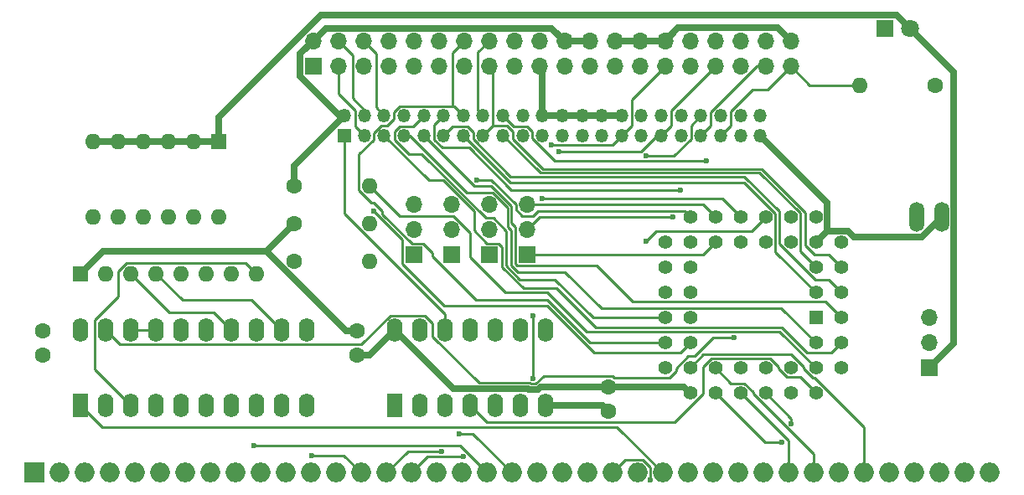
<source format=gtl>
G04 #@! TF.FileFunction,Copper,L1,Top,Signal*
%FSLAX46Y46*%
G04 Gerber Fmt 4.6, Leading zero omitted, Abs format (unit mm)*
G04 Created by KiCad (PCBNEW 4.0.7) date Tue Sep 26 02:04:38 2017*
%MOMM*%
%LPD*%
G01*
G04 APERTURE LIST*
%ADD10C,0.100000*%
%ADD11R,1.700000X1.700000*%
%ADD12O,1.700000X1.700000*%
%ADD13O,1.510000X3.010000*%
%ADD14R,1.600000X2.400000*%
%ADD15O,1.600000X2.400000*%
%ADD16C,1.600000*%
%ADD17R,2.000000X2.000000*%
%ADD18O,2.000000X2.000000*%
%ADD19R,1.397000X1.397000*%
%ADD20C,1.397000*%
%ADD21O,1.600000X1.600000*%
%ADD22R,1.350000X1.350000*%
%ADD23O,1.350000X1.350000*%
%ADD24R,1.600000X1.600000*%
%ADD25R,1.800000X1.800000*%
%ADD26C,1.800000*%
%ADD27C,0.600000*%
%ADD28C,0.635000*%
%ADD29C,0.254000*%
G04 APERTURE END LIST*
D10*
D11*
X90170000Y-121920000D03*
D12*
X90170000Y-119380000D03*
X92710000Y-121920000D03*
X92710000Y-119380000D03*
X95250000Y-121920000D03*
X95250000Y-119380000D03*
X97790000Y-121920000D03*
X97790000Y-119380000D03*
X100330000Y-121920000D03*
X100330000Y-119380000D03*
X102870000Y-121920000D03*
X102870000Y-119380000D03*
X105410000Y-121920000D03*
X105410000Y-119380000D03*
X107950000Y-121920000D03*
X107950000Y-119380000D03*
X110490000Y-121920000D03*
X110490000Y-119380000D03*
X113030000Y-121920000D03*
X113030000Y-119380000D03*
X115570000Y-121920000D03*
X115570000Y-119380000D03*
X118110000Y-121920000D03*
X118110000Y-119380000D03*
X120650000Y-121920000D03*
X120650000Y-119380000D03*
X123190000Y-121920000D03*
X123190000Y-119380000D03*
X125730000Y-121920000D03*
X125730000Y-119380000D03*
X128270000Y-121920000D03*
X128270000Y-119380000D03*
X130810000Y-121920000D03*
X130810000Y-119380000D03*
X133350000Y-121920000D03*
X133350000Y-119380000D03*
X135890000Y-121920000D03*
X135890000Y-119380000D03*
X138430000Y-121920000D03*
X138430000Y-119380000D03*
D13*
X151130000Y-137160000D03*
X153670000Y-137160000D03*
D11*
X152400000Y-152400000D03*
D12*
X152400000Y-149860000D03*
X152400000Y-147320000D03*
D14*
X98425000Y-156210000D03*
D15*
X113665000Y-148590000D03*
X100965000Y-156210000D03*
X111125000Y-148590000D03*
X103505000Y-156210000D03*
X108585000Y-148590000D03*
X106045000Y-156210000D03*
X106045000Y-148590000D03*
X108585000Y-156210000D03*
X103505000Y-148590000D03*
X111125000Y-156210000D03*
X100965000Y-148590000D03*
X113665000Y-156210000D03*
X98425000Y-148590000D03*
D16*
X120015000Y-154305000D03*
X120015000Y-156805000D03*
D14*
X66675000Y-156210000D03*
D15*
X89535000Y-148590000D03*
X69215000Y-156210000D03*
X86995000Y-148590000D03*
X71755000Y-156210000D03*
X84455000Y-148590000D03*
X74295000Y-156210000D03*
X81915000Y-148590000D03*
X76835000Y-156210000D03*
X79375000Y-148590000D03*
X79375000Y-156210000D03*
X76835000Y-148590000D03*
X81915000Y-156210000D03*
X74295000Y-148590000D03*
X84455000Y-156210000D03*
X71755000Y-148590000D03*
X86995000Y-156210000D03*
X69215000Y-148590000D03*
X89535000Y-156210000D03*
X66675000Y-148590000D03*
D17*
X62000000Y-163000000D03*
D18*
X64540000Y-163000000D03*
X67080000Y-163000000D03*
X69620000Y-163000000D03*
X72160000Y-163000000D03*
X74700000Y-163000000D03*
X77240000Y-163000000D03*
X79780000Y-163000000D03*
X82320000Y-163000000D03*
X84860000Y-163000000D03*
X87400000Y-163000000D03*
X89940000Y-163000000D03*
X92480000Y-163000000D03*
X95020000Y-163000000D03*
X97560000Y-163000000D03*
X100100000Y-163000000D03*
X102640000Y-163000000D03*
X105180000Y-163000000D03*
X107720000Y-163000000D03*
X110260000Y-163000000D03*
X112800000Y-163000000D03*
X115340000Y-163000000D03*
X117880000Y-163000000D03*
X120420000Y-163000000D03*
X122960000Y-163000000D03*
X125500000Y-163000000D03*
X128040000Y-163000000D03*
X130580000Y-163000000D03*
X133120000Y-163000000D03*
X135660000Y-163000000D03*
X138200000Y-163000000D03*
X140740000Y-163000000D03*
X143280000Y-163000000D03*
X145820000Y-163000000D03*
X148360000Y-163000000D03*
X150900000Y-163000000D03*
X153440000Y-163000000D03*
X155980000Y-163000000D03*
X158520000Y-163000000D03*
D19*
X140970000Y-147320000D03*
D20*
X143510000Y-144780000D03*
X140970000Y-144780000D03*
X143510000Y-142240000D03*
X140970000Y-142240000D03*
X143510000Y-139700000D03*
X140970000Y-137160000D03*
X140970000Y-139700000D03*
X138430000Y-137160000D03*
X138430000Y-139700000D03*
X135890000Y-137160000D03*
X135890000Y-139700000D03*
X133350000Y-137160000D03*
X133350000Y-139700000D03*
X130810000Y-137160000D03*
X130810000Y-139700000D03*
X128270000Y-137160000D03*
X125730000Y-139700000D03*
X128270000Y-139700000D03*
X125730000Y-142240000D03*
X128270000Y-142240000D03*
X125730000Y-144780000D03*
X128270000Y-144780000D03*
X125730000Y-147320000D03*
X128270000Y-147320000D03*
X125730000Y-149860000D03*
X128270000Y-149860000D03*
X125730000Y-152400000D03*
X128270000Y-154940000D03*
X128270000Y-152400000D03*
X130810000Y-154940000D03*
X130810000Y-152400000D03*
X133350000Y-154940000D03*
X133350000Y-152400000D03*
X135890000Y-154940000D03*
X135890000Y-152400000D03*
X138430000Y-154940000D03*
X138430000Y-152400000D03*
X140970000Y-154940000D03*
X143510000Y-152400000D03*
X140970000Y-152400000D03*
X143510000Y-149860000D03*
X140970000Y-149860000D03*
X143510000Y-147320000D03*
D16*
X153035000Y-123825000D03*
D21*
X145415000Y-123825000D03*
D22*
X93345000Y-128905000D03*
D23*
X93345000Y-126905000D03*
X95345000Y-128905000D03*
X95345000Y-126905000D03*
X97345000Y-128905000D03*
X97345000Y-126905000D03*
X99345000Y-128905000D03*
X99345000Y-126905000D03*
X101345000Y-128905000D03*
X101345000Y-126905000D03*
X103345000Y-128905000D03*
X103345000Y-126905000D03*
X105345000Y-128905000D03*
X105345000Y-126905000D03*
X107345000Y-128905000D03*
X107345000Y-126905000D03*
X109345000Y-128905000D03*
X109345000Y-126905000D03*
X111345000Y-128905000D03*
X111345000Y-126905000D03*
X113345000Y-128905000D03*
X113345000Y-126905000D03*
X115345000Y-128905000D03*
X115345000Y-126905000D03*
X117345000Y-128905000D03*
X117345000Y-126905000D03*
X119345000Y-128905000D03*
X119345000Y-126905000D03*
X121345000Y-128905000D03*
X121345000Y-126905000D03*
X123345000Y-128905000D03*
X123345000Y-126905000D03*
X125345000Y-128905000D03*
X125345000Y-126905000D03*
X127345000Y-128905000D03*
X127345000Y-126905000D03*
X129345000Y-128905000D03*
X129345000Y-126905000D03*
X131345000Y-128905000D03*
X131345000Y-126905000D03*
X133345000Y-128905000D03*
X133345000Y-126905000D03*
X135345000Y-128905000D03*
X135345000Y-126905000D03*
D24*
X80645000Y-129540000D03*
D21*
X67945000Y-137160000D03*
X78105000Y-129540000D03*
X70485000Y-137160000D03*
X75565000Y-129540000D03*
X73025000Y-137160000D03*
X73025000Y-129540000D03*
X75565000Y-137160000D03*
X70485000Y-129540000D03*
X78105000Y-137160000D03*
X67945000Y-129540000D03*
X80645000Y-137160000D03*
D16*
X62865000Y-151130000D03*
X62865000Y-148630000D03*
X94615000Y-151130000D03*
X94615000Y-148630000D03*
D25*
X147955000Y-118110000D03*
D26*
X150495000Y-118110000D03*
D11*
X111760000Y-140970000D03*
D12*
X111760000Y-138430000D03*
X111760000Y-135890000D03*
D11*
X107950000Y-140970000D03*
D12*
X107950000Y-138430000D03*
X107950000Y-135890000D03*
D11*
X104140000Y-140970000D03*
D12*
X104140000Y-138430000D03*
X104140000Y-135890000D03*
D11*
X100330000Y-140970000D03*
D12*
X100330000Y-138430000D03*
X100330000Y-135890000D03*
D24*
X66675000Y-142875000D03*
D21*
X69215000Y-142875000D03*
X71755000Y-142875000D03*
X74295000Y-142875000D03*
X76835000Y-142875000D03*
X79375000Y-142875000D03*
X81915000Y-142875000D03*
X84455000Y-142875000D03*
D16*
X88265000Y-133985000D03*
D21*
X95885000Y-133985000D03*
D16*
X88265000Y-137795000D03*
D21*
X95885000Y-137795000D03*
D16*
X88265000Y-141605000D03*
D21*
X95885000Y-141605000D03*
D27*
X138464300Y-158065000D03*
X137545800Y-159936400D03*
X103181100Y-160812000D03*
X104969600Y-159057100D03*
X90021700Y-161255300D03*
X124230000Y-163764700D03*
X105337600Y-161395300D03*
X127311700Y-134412900D03*
X84231800Y-160257700D03*
X132705500Y-149367600D03*
X123798500Y-139572600D03*
X96260500Y-136532400D03*
X129919600Y-131499100D03*
X112420200Y-147154100D03*
X112420200Y-153472500D03*
X126497900Y-137126700D03*
X115021300Y-130555100D03*
X123837800Y-130937400D03*
X113291900Y-135301800D03*
X106674500Y-133435000D03*
X114271900Y-129851600D03*
D28*
X70485000Y-129540000D02*
X73025000Y-129540000D01*
X73025000Y-129540000D02*
X75565000Y-129540000D01*
X75565000Y-129540000D02*
X78105000Y-129540000D01*
X78105000Y-129540000D02*
X80645000Y-129540000D01*
X67945000Y-129540000D02*
X70485000Y-129540000D01*
X95885000Y-151130000D02*
X98425000Y-148590000D01*
X94615000Y-151130000D02*
X95885000Y-151130000D01*
X154889300Y-149910700D02*
X152400000Y-152400000D01*
X154889300Y-122504300D02*
X154889300Y-149910700D01*
X150495000Y-118110000D02*
X154889300Y-122504300D01*
X149118400Y-116733400D02*
X150495000Y-118110000D01*
X90983800Y-116733400D02*
X149118400Y-116733400D01*
X80645000Y-127072200D02*
X90983800Y-116733400D01*
X80645000Y-129540000D02*
X80645000Y-127072200D01*
X127635000Y-154305000D02*
X128270000Y-154940000D01*
X120015000Y-154305000D02*
X127635000Y-154305000D01*
X113180200Y-154305000D02*
X120015000Y-154305000D01*
X112886600Y-154598600D02*
X113180200Y-154305000D01*
X111953900Y-154598600D02*
X112886600Y-154598600D01*
X111847100Y-154491800D02*
X111953900Y-154598600D01*
X104326800Y-154491800D02*
X111847100Y-154491800D01*
X98425000Y-148590000D02*
X104326800Y-154491800D01*
X121345000Y-126905000D02*
X119345000Y-126905000D01*
X115345000Y-126905000D02*
X117345000Y-126905000D01*
X117345000Y-126905000D02*
X119345000Y-126905000D01*
X120650000Y-119380000D02*
X123190000Y-119380000D01*
X123190000Y-119380000D02*
X125730000Y-119380000D01*
X137095000Y-118045000D02*
X138430000Y-119380000D01*
X127065000Y-118045000D02*
X137095000Y-118045000D01*
X125730000Y-119380000D02*
X127065000Y-118045000D01*
X151691700Y-139138300D02*
X153670000Y-137160000D01*
X144802200Y-139138300D02*
X151691700Y-139138300D01*
X144218300Y-138554400D02*
X144802200Y-139138300D01*
X142115600Y-138554400D02*
X144218300Y-138554400D01*
X142115600Y-135675600D02*
X142115600Y-138554400D01*
X135345000Y-128905000D02*
X142115600Y-135675600D01*
X142115600Y-138554400D02*
X140970000Y-139700000D01*
X119420000Y-156210000D02*
X120015000Y-156805000D01*
X113665000Y-156210000D02*
X119420000Y-156210000D01*
X88265000Y-131985000D02*
X93345000Y-126905000D01*
X88265000Y-133985000D02*
X88265000Y-131985000D01*
X92825100Y-126905000D02*
X93345000Y-126905000D01*
X88875100Y-122955000D02*
X92825100Y-126905000D01*
X88875100Y-120674900D02*
X88875100Y-122955000D01*
X90170000Y-119380000D02*
X88875100Y-120674900D01*
X93471200Y-148630000D02*
X94615000Y-148630000D01*
X85450600Y-140609400D02*
X93471200Y-148630000D01*
X88265000Y-137795000D02*
X85450600Y-140609400D01*
X68940600Y-140609400D02*
X66675000Y-142875000D01*
X85450600Y-140609400D02*
X68940600Y-140609400D01*
X114258100Y-118068100D02*
X115570000Y-119380000D01*
X91481900Y-118068100D02*
X114258100Y-118068100D01*
X90170000Y-119380000D02*
X91481900Y-118068100D01*
X115570000Y-119380000D02*
X118110000Y-119380000D01*
X113345000Y-122235000D02*
X113030000Y-121920000D01*
X113345000Y-126905000D02*
X113345000Y-122235000D01*
X113345000Y-126905000D02*
X115345000Y-126905000D01*
D29*
X138464300Y-157514300D02*
X138464300Y-158065000D01*
X135890000Y-154940000D02*
X138464300Y-157514300D01*
X138200000Y-159790000D02*
X138200000Y-163000000D01*
X133350000Y-154940000D02*
X138200000Y-159790000D01*
X140740000Y-161137300D02*
X140740000Y-163000000D01*
X134620000Y-155017300D02*
X140740000Y-161137300D01*
X134620000Y-154851500D02*
X134620000Y-155017300D01*
X133755500Y-153987000D02*
X134620000Y-154851500D01*
X132397000Y-153987000D02*
X133755500Y-153987000D01*
X130810000Y-152400000D02*
X132397000Y-153987000D01*
X135806400Y-159936400D02*
X137545800Y-159936400D01*
X130810000Y-154940000D02*
X135806400Y-159936400D01*
X129611400Y-151058600D02*
X128270000Y-152400000D01*
X138436200Y-151058600D02*
X129611400Y-151058600D01*
X139700000Y-152322400D02*
X138436200Y-151058600D01*
X139700000Y-152477500D02*
X139700000Y-152322400D01*
X140638500Y-153416000D02*
X139700000Y-152477500D01*
X140799100Y-153416000D02*
X140638500Y-153416000D01*
X145820000Y-158436900D02*
X140799100Y-153416000D01*
X145820000Y-163000000D02*
X145820000Y-158436900D01*
X99748000Y-160812000D02*
X103181100Y-160812000D01*
X97560000Y-163000000D02*
X99748000Y-160812000D01*
X106317100Y-159057100D02*
X104969600Y-159057100D01*
X110260000Y-163000000D02*
X106317100Y-159057100D01*
X93275300Y-161255300D02*
X90021700Y-161255300D01*
X95020000Y-163000000D02*
X93275300Y-161255300D01*
X68845500Y-158380500D02*
X66675000Y-156210000D01*
X120880500Y-158380500D02*
X68845500Y-158380500D01*
X125500000Y-163000000D02*
X120880500Y-158380500D01*
X121686500Y-161733500D02*
X120420000Y-163000000D01*
X123473500Y-161733500D02*
X121686500Y-161733500D01*
X124230000Y-162490000D02*
X123473500Y-161733500D01*
X124230000Y-163764700D02*
X124230000Y-162490000D01*
X101704700Y-161395300D02*
X100100000Y-163000000D01*
X105337600Y-161395300D02*
X101704700Y-161395300D01*
X98925100Y-137025100D02*
X95885000Y-133985000D01*
X104317300Y-137025100D02*
X98925100Y-137025100D01*
X106045000Y-138752800D02*
X104317300Y-137025100D01*
X106045000Y-141187000D02*
X106045000Y-138752800D01*
X109609800Y-144751800D02*
X106045000Y-141187000D01*
X113827500Y-144751800D02*
X109609800Y-144751800D01*
X117781900Y-148706200D02*
X113827500Y-144751800D01*
X137276200Y-148706200D02*
X117781900Y-148706200D01*
X140970000Y-152400000D02*
X137276200Y-148706200D01*
X92710000Y-124689800D02*
X92710000Y-121920000D01*
X94415600Y-126395400D02*
X92710000Y-124689800D01*
X94415600Y-127975600D02*
X94415600Y-126395400D01*
X95345000Y-128905000D02*
X94415600Y-127975600D01*
X94145300Y-120815300D02*
X92710000Y-119380000D01*
X94145300Y-125166100D02*
X94145300Y-120815300D01*
X95345000Y-126365800D02*
X94145300Y-125166100D01*
X95345000Y-126905000D02*
X95345000Y-126365800D01*
X142542600Y-150827400D02*
X143510000Y-149860000D01*
X140072500Y-150827400D02*
X142542600Y-150827400D01*
X137569900Y-148324800D02*
X140072500Y-150827400D01*
X118737600Y-148324800D02*
X137569900Y-148324800D01*
X114783300Y-144370500D02*
X118737600Y-148324800D01*
X111442200Y-144370500D02*
X114783300Y-144370500D01*
X109265300Y-142193600D02*
X111442200Y-144370500D01*
X109265300Y-140224800D02*
X109265300Y-142193600D01*
X108875400Y-139834900D02*
X109265300Y-140224800D01*
X107744900Y-139834900D02*
X108875400Y-139834900D01*
X106426400Y-138516400D02*
X107744900Y-139834900D01*
X106426400Y-136565100D02*
X106426400Y-138516400D01*
X103317600Y-133456300D02*
X106426400Y-136565100D01*
X101896300Y-133456300D02*
X103317600Y-133456300D01*
X97345000Y-128905000D02*
X101896300Y-133456300D01*
X96520000Y-120650000D02*
X95250000Y-119380000D01*
X96520000Y-126080000D02*
X96520000Y-120650000D01*
X97345000Y-126905000D02*
X96520000Y-126080000D01*
X137474600Y-146364600D02*
X140970000Y-149860000D01*
X119290400Y-146364600D02*
X137474600Y-146364600D01*
X115619100Y-142693300D02*
X119290400Y-146364600D01*
X110843300Y-142693300D02*
X115619100Y-142693300D01*
X110172300Y-142022300D02*
X110843300Y-142693300D01*
X110172300Y-138515700D02*
X110172300Y-142022300D01*
X109837100Y-138180500D02*
X110172300Y-138515700D01*
X109837100Y-136194800D02*
X109837100Y-138180500D01*
X108343600Y-134701300D02*
X109837100Y-136194800D01*
X105736200Y-134701300D02*
X108343600Y-134701300D01*
X99939900Y-128905000D02*
X105736200Y-134701300D01*
X99345000Y-128905000D02*
X99939900Y-128905000D01*
X141922900Y-145732900D02*
X143510000Y-147320000D01*
X122462400Y-145732900D02*
X141922900Y-145732900D01*
X118803900Y-142074400D02*
X122462400Y-145732900D01*
X110763800Y-142074400D02*
X118803900Y-142074400D01*
X110599700Y-141910300D02*
X110763800Y-142074400D01*
X110599700Y-138134500D02*
X110599700Y-141910300D01*
X110218400Y-137753200D02*
X110599700Y-138134500D01*
X110218400Y-136036400D02*
X110218400Y-137753200D01*
X108182500Y-134000500D02*
X110218400Y-136036400D01*
X106440500Y-134000500D02*
X108182500Y-134000500D01*
X101345000Y-128905000D02*
X106440500Y-134000500D01*
X118444400Y-147320000D02*
X125730000Y-147320000D01*
X114580300Y-143455900D02*
X118444400Y-147320000D01*
X111066800Y-143455900D02*
X114580300Y-143455900D01*
X109702400Y-142091500D02*
X111066800Y-143455900D01*
X109702400Y-138584900D02*
X109702400Y-142091500D01*
X108372800Y-137255300D02*
X109702400Y-138584900D01*
X107655900Y-137255300D02*
X108372800Y-137255300D01*
X101165600Y-130765000D02*
X107655900Y-137255300D01*
X99834900Y-130765000D02*
X101165600Y-130765000D01*
X98412500Y-129342600D02*
X99834900Y-130765000D01*
X98412500Y-128493000D02*
X98412500Y-129342600D01*
X98929900Y-127975600D02*
X98412500Y-128493000D01*
X100274400Y-127975600D02*
X98929900Y-127975600D01*
X101345000Y-126905000D02*
X100274400Y-127975600D01*
X142240000Y-143510000D02*
X143510000Y-144780000D01*
X140879500Y-143510000D02*
X142240000Y-143510000D01*
X137265300Y-139895800D02*
X140879500Y-143510000D01*
X137265300Y-136575300D02*
X137265300Y-139895800D01*
X133740300Y-133050300D02*
X137265300Y-136575300D01*
X110130300Y-133050300D02*
X133740300Y-133050300D01*
X106345000Y-129265000D02*
X110130300Y-133050300D01*
X106345000Y-128560500D02*
X106345000Y-129265000D01*
X105760100Y-127975600D02*
X106345000Y-128560500D01*
X104274400Y-127975600D02*
X105760100Y-127975600D01*
X103345000Y-128905000D02*
X104274400Y-127975600D01*
X102403600Y-127846400D02*
X103345000Y-126905000D01*
X102403600Y-129327700D02*
X102403600Y-127846400D01*
X103223900Y-130148000D02*
X102403600Y-129327700D01*
X105955500Y-130148000D02*
X103223900Y-130148000D01*
X110220400Y-134412900D02*
X105955500Y-130148000D01*
X127311700Y-134412900D02*
X110220400Y-134412900D01*
X104983900Y-160257700D02*
X84231800Y-160257700D01*
X107720000Y-162993800D02*
X104983900Y-160257700D01*
X107720000Y-163000000D02*
X107720000Y-162993800D01*
X71755000Y-148590000D02*
X74295000Y-148590000D01*
X130627400Y-149367600D02*
X132705500Y-149367600D01*
X128761700Y-151233300D02*
X130627400Y-149367600D01*
X128070700Y-151233300D02*
X128761700Y-151233300D01*
X126840300Y-152463700D02*
X128070700Y-151233300D01*
X126840300Y-152711800D02*
X126840300Y-152463700D01*
X126186100Y-153366000D02*
X126840300Y-152711800D01*
X120567000Y-153366000D02*
X126186100Y-153366000D01*
X120429800Y-153228800D02*
X120567000Y-153366000D01*
X113447800Y-153228800D02*
X120429800Y-153228800D01*
X112649800Y-154026800D02*
X113447800Y-153228800D01*
X112190700Y-154026800D02*
X112649800Y-154026800D01*
X112083900Y-153920000D02*
X112190700Y-154026800D01*
X106941900Y-153920000D02*
X112083900Y-153920000D01*
X102235000Y-149213100D02*
X106941900Y-153920000D01*
X102235000Y-147887100D02*
X102235000Y-149213100D01*
X101477600Y-147129700D02*
X102235000Y-147887100D01*
X97974100Y-147129700D02*
X101477600Y-147129700D01*
X95059400Y-150044400D02*
X97974100Y-147129700D01*
X70669400Y-150044400D02*
X95059400Y-150044400D01*
X69215000Y-148590000D02*
X70669400Y-150044400D01*
X124806200Y-138564900D02*
X123798500Y-139572600D01*
X134485100Y-138564900D02*
X124806200Y-138564900D01*
X135890000Y-137160000D02*
X134485100Y-138564900D01*
X103505000Y-146936700D02*
X103505000Y-148590000D01*
X93345000Y-136776700D02*
X103505000Y-146936700D01*
X93345000Y-128905000D02*
X93345000Y-136776700D01*
X136883900Y-140693900D02*
X140970000Y-144780000D01*
X136883900Y-136801800D02*
X136883900Y-140693900D01*
X133732400Y-133650300D02*
X136883900Y-136801800D01*
X110090300Y-133650300D02*
X133732400Y-133650300D01*
X105345000Y-128905000D02*
X110090300Y-133650300D01*
X104252200Y-120537800D02*
X105410000Y-119380000D01*
X104252200Y-125968400D02*
X104252200Y-120537800D01*
X104408400Y-125968400D02*
X104252200Y-125968400D01*
X105345000Y-126905000D02*
X104408400Y-125968400D01*
X118139600Y-149860000D02*
X125730000Y-149860000D01*
X113794100Y-145514500D02*
X118139600Y-149860000D01*
X106619200Y-145514500D02*
X113794100Y-145514500D01*
X102235000Y-141130300D02*
X106619200Y-145514500D01*
X102235000Y-140815400D02*
X102235000Y-141130300D01*
X101285300Y-139865700D02*
X102235000Y-140815400D01*
X100168500Y-139865700D02*
X101285300Y-139865700D01*
X97160100Y-136857300D02*
X100168500Y-139865700D01*
X97160100Y-136552100D02*
X97160100Y-136857300D01*
X96284800Y-135676800D02*
X97160100Y-136552100D01*
X96010500Y-135676800D02*
X96284800Y-135676800D01*
X94798000Y-134464300D02*
X96010500Y-135676800D01*
X94798000Y-130798300D02*
X94798000Y-134464300D01*
X96274400Y-129321900D02*
X94798000Y-130798300D01*
X96274400Y-128654800D02*
X96274400Y-129321900D01*
X97024200Y-127905000D02*
X96274400Y-128654800D01*
X97677800Y-127905000D02*
X97024200Y-127905000D01*
X98321700Y-127261100D02*
X97677800Y-127905000D01*
X98321700Y-126546900D02*
X98321700Y-127261100D01*
X98900200Y-125968400D02*
X98321700Y-126546900D01*
X104252200Y-125968400D02*
X98900200Y-125968400D01*
X107345000Y-128905000D02*
X108345000Y-127905000D01*
X108345000Y-122315000D02*
X107950000Y-121920000D01*
X108345000Y-127905000D02*
X108345000Y-122315000D01*
X142240000Y-140970000D02*
X143510000Y-142240000D01*
X140845500Y-140970000D02*
X142240000Y-140970000D01*
X139922200Y-140046700D02*
X140845500Y-140970000D01*
X139922200Y-136710000D02*
X139922200Y-140046700D01*
X135499800Y-132287600D02*
X139922200Y-136710000D01*
X113362000Y-132287600D02*
X135499800Y-132287600D01*
X110345000Y-129270600D02*
X113362000Y-132287600D01*
X110345000Y-128517500D02*
X110345000Y-129270600D01*
X109732500Y-127905000D02*
X110345000Y-128517500D01*
X108345000Y-127905000D02*
X109732500Y-127905000D01*
X106835800Y-120494200D02*
X107950000Y-119380000D01*
X106835800Y-126395800D02*
X106835800Y-120494200D01*
X107345000Y-126905000D02*
X106835800Y-126395800D01*
X127278100Y-150851900D02*
X128270000Y-149860000D01*
X118592200Y-150851900D02*
X127278100Y-150851900D01*
X113826600Y-146086300D02*
X118592200Y-150851900D01*
X103378400Y-146086300D02*
X113826600Y-146086300D01*
X99182000Y-141889900D02*
X103378400Y-146086300D01*
X99182000Y-139453900D02*
X99182000Y-141889900D01*
X96260500Y-136532400D02*
X99182000Y-139453900D01*
X139382800Y-140652800D02*
X140970000Y-142240000D01*
X139382800Y-136765300D02*
X139382800Y-140652800D01*
X135286400Y-132668900D02*
X139382800Y-136765300D01*
X113108900Y-132668900D02*
X135286400Y-132668900D01*
X109345000Y-128905000D02*
X113108900Y-132668900D01*
X114609300Y-131499100D02*
X129919600Y-131499100D01*
X112292800Y-129182600D02*
X114609300Y-131499100D01*
X112292800Y-128508300D02*
X112292800Y-129182600D01*
X111754200Y-127969700D02*
X112292800Y-128508300D01*
X110409700Y-127969700D02*
X111754200Y-127969700D01*
X109345000Y-126905000D02*
X110409700Y-127969700D01*
X112420200Y-153472500D02*
X112420200Y-147154100D01*
X113063300Y-137126700D02*
X126497900Y-137126700D01*
X111760000Y-138430000D02*
X113063300Y-137126700D01*
X126345000Y-127905000D02*
X125345000Y-128905000D01*
X126345000Y-126385000D02*
X126345000Y-127905000D01*
X130810000Y-121920000D02*
X126345000Y-126385000D01*
X123283400Y-130555100D02*
X115021300Y-130555100D01*
X124933500Y-128905000D02*
X123283400Y-130555100D01*
X125345000Y-128905000D02*
X124933500Y-128905000D01*
X135004800Y-121920000D02*
X135890000Y-121920000D01*
X130345000Y-126579800D02*
X135004800Y-121920000D01*
X130345000Y-127905000D02*
X130345000Y-126579800D01*
X129345000Y-128905000D02*
X130345000Y-127905000D01*
X126639100Y-130937400D02*
X123837800Y-130937400D01*
X128345000Y-129231500D02*
X126639100Y-130937400D01*
X128345000Y-127905000D02*
X128345000Y-129231500D01*
X129345000Y-126905000D02*
X128345000Y-127905000D01*
X140335000Y-123825000D02*
X138430000Y-121920000D01*
X145415000Y-123825000D02*
X140335000Y-123825000D01*
X136074700Y-124275300D02*
X138430000Y-121920000D01*
X134586700Y-124275300D02*
X136074700Y-124275300D01*
X132345000Y-126517000D02*
X134586700Y-124275300D01*
X132345000Y-127905000D02*
X132345000Y-126517000D01*
X131345000Y-128905000D02*
X132345000Y-127905000D01*
X107708700Y-157873700D02*
X106045000Y-156210000D01*
X126690100Y-157873700D02*
X107708700Y-157873700D01*
X129540100Y-155023700D02*
X126690100Y-157873700D01*
X129540100Y-152318200D02*
X129540100Y-155023700D01*
X130418400Y-151439900D02*
X129540100Y-152318200D01*
X136339200Y-151439900D02*
X130418400Y-151439900D01*
X137160100Y-152260800D02*
X136339200Y-151439900D01*
X137160100Y-152509200D02*
X137160100Y-152260800D01*
X138003900Y-153353000D02*
X137160100Y-152509200D01*
X139383000Y-153353000D02*
X138003900Y-153353000D01*
X140970000Y-154940000D02*
X139383000Y-153353000D01*
X129540000Y-135890000D02*
X130810000Y-137160000D01*
X111760000Y-135890000D02*
X129540000Y-135890000D01*
X131491800Y-135301800D02*
X113291900Y-135301800D01*
X133350000Y-137160000D02*
X131491800Y-135301800D01*
X83937500Y-145532500D02*
X86995000Y-148590000D01*
X76952500Y-145532500D02*
X83937500Y-145532500D01*
X74295000Y-142875000D02*
X76952500Y-145532500D01*
X68131900Y-152586900D02*
X71755000Y-156210000D01*
X68131900Y-147545900D02*
X68131900Y-152586900D01*
X70485000Y-145192800D02*
X68131900Y-147545900D01*
X70485000Y-142646800D02*
X70485000Y-145192800D01*
X71350500Y-141781300D02*
X70485000Y-142646800D01*
X83361300Y-141781300D02*
X71350500Y-141781300D01*
X84455000Y-142875000D02*
X83361300Y-141781300D01*
X129540000Y-140970000D02*
X111760000Y-140970000D01*
X130810000Y-139700000D02*
X129540000Y-140970000D01*
X108187800Y-133435000D02*
X106674500Y-133435000D01*
X110655600Y-135902800D02*
X108187800Y-133435000D01*
X110655600Y-136377800D02*
X110655600Y-135902800D01*
X111320900Y-137043100D02*
X110655600Y-136377800D01*
X112388100Y-137043100D02*
X111320900Y-137043100D01*
X112858900Y-136572300D02*
X112388100Y-137043100D01*
X127682300Y-136572300D02*
X112858900Y-136572300D01*
X128270000Y-137160000D02*
X127682300Y-136572300D01*
X80102700Y-146777700D02*
X81915000Y-148590000D01*
X75657700Y-146777700D02*
X80102700Y-146777700D01*
X71755000Y-142875000D02*
X75657700Y-146777700D01*
X122345000Y-127905000D02*
X121345000Y-128905000D01*
X122345000Y-125305000D02*
X122345000Y-127905000D01*
X125730000Y-121920000D02*
X122345000Y-125305000D01*
X120398400Y-129851600D02*
X114271900Y-129851600D01*
X121345000Y-128905000D02*
X120398400Y-129851600D01*
M02*

</source>
